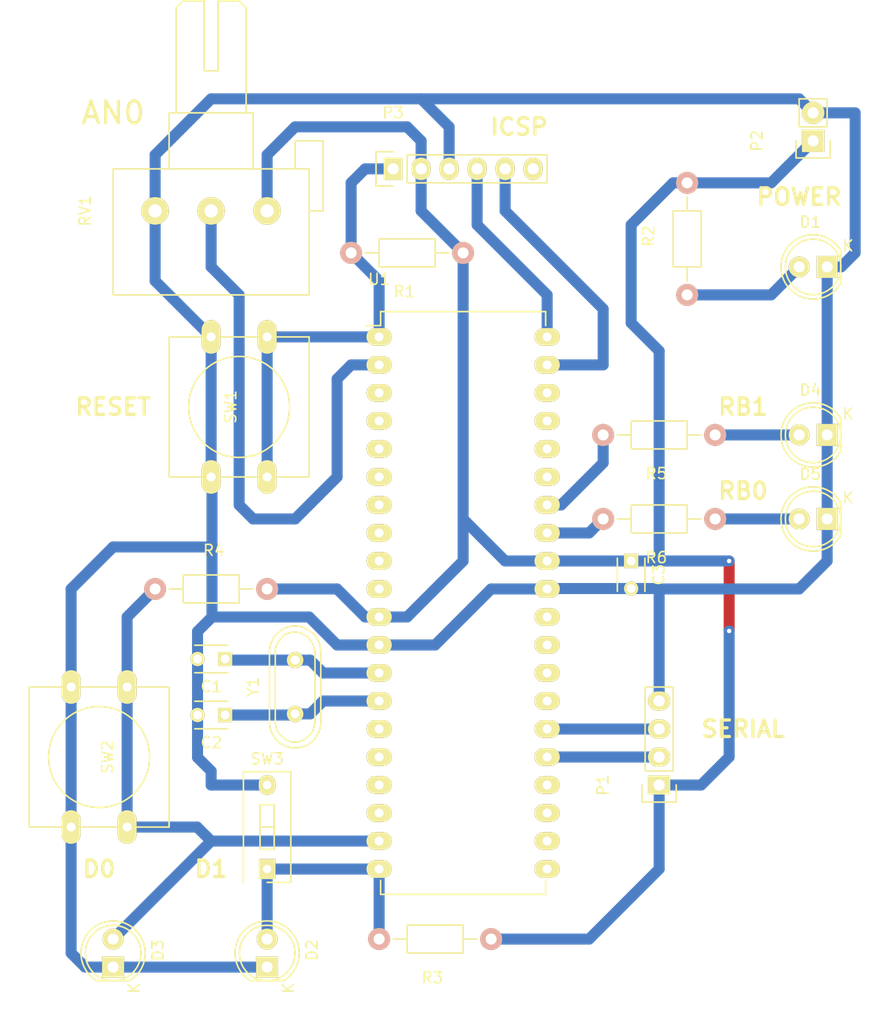
<source format=kicad_pcb>
(kicad_pcb (version 4) (host pcbnew 4.0.2+dfsg1-stable)

  (general
    (links 53)
    (no_connects 0)
    (area 49.429999 22.584999 128.370001 115.670001)
    (thickness 1.6)
    (drawings 14)
    (tracks 140)
    (zones 0)
    (modules 23)
    (nets 18)
  )

  (page User 180.594 181)
  (layers
    (0 F.Cu signal)
    (31 B.Cu signal)
    (32 B.Adhes user)
    (33 F.Adhes user)
    (34 B.Paste user)
    (35 F.Paste user)
    (36 B.SilkS user)
    (37 F.SilkS user)
    (38 B.Mask user)
    (39 F.Mask user)
    (40 Dwgs.User user)
    (41 Cmts.User user)
    (42 Eco1.User user)
    (43 Eco2.User user)
    (44 Edge.Cuts user)
    (45 Margin user)
    (46 B.CrtYd user)
    (47 F.CrtYd user)
    (48 B.Fab user)
    (49 F.Fab user)
  )

  (setup
    (last_trace_width 1)
    (trace_clearance 0.2)
    (zone_clearance 0.508)
    (zone_45_only no)
    (trace_min 0.2)
    (segment_width 0.2)
    (edge_width 0.1)
    (via_size 0.6)
    (via_drill 0.4)
    (via_min_size 0.4)
    (via_min_drill 0.3)
    (uvia_size 0.3)
    (uvia_drill 0.1)
    (uvias_allowed no)
    (uvia_min_size 0.2)
    (uvia_min_drill 0.1)
    (pcb_text_width 0.3)
    (pcb_text_size 1.5 1.5)
    (mod_edge_width 0.15)
    (mod_text_size 1 1)
    (mod_text_width 0.15)
    (pad_size 1.5 1.5)
    (pad_drill 0.6)
    (pad_to_mask_clearance 0)
    (aux_axis_origin 0 0)
    (visible_elements FFFFFF7F)
    (pcbplotparams
      (layerselection 0x02030_80000001)
      (usegerberextensions false)
      (excludeedgelayer true)
      (linewidth 0.100000)
      (plotframeref false)
      (viasonmask false)
      (mode 1)
      (useauxorigin false)
      (hpglpennumber 1)
      (hpglpenspeed 20)
      (hpglpendiameter 15)
      (hpglpenoverlay 2)
      (psnegative false)
      (psa4output false)
      (plotreference true)
      (plotvalue true)
      (plotinvisibletext false)
      (padsonsilk false)
      (subtractmaskfromsilk false)
      (outputformat 1)
      (mirror false)
      (drillshape 0)
      (scaleselection 1)
      (outputdirectory gerber/))
  )

  (net 0 "")
  (net 1 "Net-(C1-Pad1)")
  (net 2 GND)
  (net 3 "Net-(C2-Pad1)")
  (net 4 +5V)
  (net 5 "Net-(D1-Pad2)")
  (net 6 "Net-(D2-Pad2)")
  (net 7 "Net-(D3-Pad2)")
  (net 8 "Net-(D4-Pad2)")
  (net 9 "Net-(D5-Pad2)")
  (net 10 "Net-(P1-Pad2)")
  (net 11 "Net-(P1-Pad3)")
  (net 12 "Net-(P3-Pad1)")
  (net 13 "Net-(P3-Pad4)")
  (net 14 "Net-(P3-Pad5)")
  (net 15 "Net-(R5-Pad2)")
  (net 16 "Net-(R6-Pad2)")
  (net 17 "Net-(RV1-Pad2)")

  (net_class Default "This is the default net class."
    (clearance 0.2)
    (trace_width 1)
    (via_dia 0.6)
    (via_drill 0.4)
    (uvia_dia 0.3)
    (uvia_drill 0.1)
    (add_net +5V)
    (add_net GND)
    (add_net "Net-(C1-Pad1)")
    (add_net "Net-(C2-Pad1)")
    (add_net "Net-(D1-Pad2)")
    (add_net "Net-(D2-Pad2)")
    (add_net "Net-(D3-Pad2)")
    (add_net "Net-(D4-Pad2)")
    (add_net "Net-(D5-Pad2)")
    (add_net "Net-(P1-Pad2)")
    (add_net "Net-(P1-Pad3)")
    (add_net "Net-(P3-Pad1)")
    (add_net "Net-(P3-Pad4)")
    (add_net "Net-(P3-Pad5)")
    (add_net "Net-(R5-Pad2)")
    (add_net "Net-(R6-Pad2)")
    (add_net "Net-(RV1-Pad2)")
  )

  (module Capacitors_ThroughHole:C_Disc_D3_P2.5 (layer F.Cu) (tedit 0) (tstamp 563951F6)
    (at 69.85 82.55 180)
    (descr "Capacitor 3mm Disc, Pitch 2.5mm")
    (tags Capacitor)
    (path /5638ACC6)
    (fp_text reference C1 (at 1.25 -2.5 180) (layer F.SilkS)
      (effects (font (size 1 1) (thickness 0.15)))
    )
    (fp_text value 15pF (at 1.25 2.5 180) (layer F.Fab)
      (effects (font (size 1 1) (thickness 0.15)))
    )
    (fp_line (start -0.9 -1.5) (end 3.4 -1.5) (layer F.CrtYd) (width 0.05))
    (fp_line (start 3.4 -1.5) (end 3.4 1.5) (layer F.CrtYd) (width 0.05))
    (fp_line (start 3.4 1.5) (end -0.9 1.5) (layer F.CrtYd) (width 0.05))
    (fp_line (start -0.9 1.5) (end -0.9 -1.5) (layer F.CrtYd) (width 0.05))
    (fp_line (start -0.25 -1.25) (end 2.75 -1.25) (layer F.SilkS) (width 0.15))
    (fp_line (start 2.75 1.25) (end -0.25 1.25) (layer F.SilkS) (width 0.15))
    (pad 1 thru_hole rect (at 0 0 180) (size 1.3 1.3) (drill 0.8) (layers *.Cu *.Mask F.SilkS)
      (net 1 "Net-(C1-Pad1)"))
    (pad 2 thru_hole circle (at 2.5 0 180) (size 1.3 1.3) (drill 0.8001) (layers *.Cu *.Mask F.SilkS)
      (net 2 GND))
    (model Capacitors_ThroughHole.3dshapes/C_Disc_D3_P2.5.wrl
      (at (xyz 0.0492126 0 0))
      (scale (xyz 1 1 1))
      (rotate (xyz 0 0 0))
    )
  )

  (module Capacitors_ThroughHole:C_Disc_D3_P2.5 (layer F.Cu) (tedit 0) (tstamp 563951FC)
    (at 69.85 87.63 180)
    (descr "Capacitor 3mm Disc, Pitch 2.5mm")
    (tags Capacitor)
    (path /5638AD3F)
    (fp_text reference C2 (at 1.25 -2.5 180) (layer F.SilkS)
      (effects (font (size 1 1) (thickness 0.15)))
    )
    (fp_text value 15pF (at 1.25 2.5 180) (layer F.Fab)
      (effects (font (size 1 1) (thickness 0.15)))
    )
    (fp_line (start -0.9 -1.5) (end 3.4 -1.5) (layer F.CrtYd) (width 0.05))
    (fp_line (start 3.4 -1.5) (end 3.4 1.5) (layer F.CrtYd) (width 0.05))
    (fp_line (start 3.4 1.5) (end -0.9 1.5) (layer F.CrtYd) (width 0.05))
    (fp_line (start -0.9 1.5) (end -0.9 -1.5) (layer F.CrtYd) (width 0.05))
    (fp_line (start -0.25 -1.25) (end 2.75 -1.25) (layer F.SilkS) (width 0.15))
    (fp_line (start 2.75 1.25) (end -0.25 1.25) (layer F.SilkS) (width 0.15))
    (pad 1 thru_hole rect (at 0 0 180) (size 1.3 1.3) (drill 0.8) (layers *.Cu *.Mask F.SilkS)
      (net 3 "Net-(C2-Pad1)"))
    (pad 2 thru_hole circle (at 2.5 0 180) (size 1.3 1.3) (drill 0.8001) (layers *.Cu *.Mask F.SilkS)
      (net 2 GND))
    (model Capacitors_ThroughHole.3dshapes/C_Disc_D3_P2.5.wrl
      (at (xyz 0.0492126 0 0))
      (scale (xyz 1 1 1))
      (rotate (xyz 0 0 0))
    )
  )

  (module Capacitors_ThroughHole:C_Disc_D3_P2.5 (layer F.Cu) (tedit 0) (tstamp 56395202)
    (at 106.68 73.66 270)
    (descr "Capacitor 3mm Disc, Pitch 2.5mm")
    (tags Capacitor)
    (path /5639A22A)
    (fp_text reference C3 (at 1.25 -2.5 270) (layer F.SilkS)
      (effects (font (size 1 1) (thickness 0.15)))
    )
    (fp_text value 100nF (at 1.25 2.5 270) (layer F.Fab)
      (effects (font (size 1 1) (thickness 0.15)))
    )
    (fp_line (start -0.9 -1.5) (end 3.4 -1.5) (layer F.CrtYd) (width 0.05))
    (fp_line (start 3.4 -1.5) (end 3.4 1.5) (layer F.CrtYd) (width 0.05))
    (fp_line (start 3.4 1.5) (end -0.9 1.5) (layer F.CrtYd) (width 0.05))
    (fp_line (start -0.9 1.5) (end -0.9 -1.5) (layer F.CrtYd) (width 0.05))
    (fp_line (start -0.25 -1.25) (end 2.75 -1.25) (layer F.SilkS) (width 0.15))
    (fp_line (start 2.75 1.25) (end -0.25 1.25) (layer F.SilkS) (width 0.15))
    (pad 1 thru_hole rect (at 0 0 270) (size 1.3 1.3) (drill 0.8) (layers *.Cu *.Mask F.SilkS)
      (net 4 +5V))
    (pad 2 thru_hole circle (at 2.5 0 270) (size 1.3 1.3) (drill 0.8001) (layers *.Cu *.Mask F.SilkS)
      (net 2 GND))
    (model Capacitors_ThroughHole.3dshapes/C_Disc_D3_P2.5.wrl
      (at (xyz 0.0492126 0 0))
      (scale (xyz 1 1 1))
      (rotate (xyz 0 0 0))
    )
  )

  (module LEDs:LED-5MM (layer F.Cu) (tedit 5570F7EA) (tstamp 56395208)
    (at 124.46 46.99 180)
    (descr "LED 5mm round vertical")
    (tags "LED 5mm round vertical")
    (path /56395A02)
    (fp_text reference D1 (at 1.524 4.064 180) (layer F.SilkS)
      (effects (font (size 1 1) (thickness 0.15)))
    )
    (fp_text value BLUE (at 1.524 -3.937 180) (layer F.Fab)
      (effects (font (size 1 1) (thickness 0.15)))
    )
    (fp_line (start -1.5 -1.55) (end -1.5 1.55) (layer F.CrtYd) (width 0.05))
    (fp_arc (start 1.3 0) (end -1.5 1.55) (angle -302) (layer F.CrtYd) (width 0.05))
    (fp_arc (start 1.27 0) (end -1.23 -1.5) (angle 297.5) (layer F.SilkS) (width 0.15))
    (fp_line (start -1.23 1.5) (end -1.23 -1.5) (layer F.SilkS) (width 0.15))
    (fp_circle (center 1.27 0) (end 0.97 -2.5) (layer F.SilkS) (width 0.15))
    (fp_text user K (at -1.905 1.905 180) (layer F.SilkS)
      (effects (font (size 1 1) (thickness 0.15)))
    )
    (pad 1 thru_hole rect (at 0 0 270) (size 2 1.9) (drill 1.00076) (layers *.Cu *.Mask F.SilkS)
      (net 2 GND))
    (pad 2 thru_hole circle (at 2.54 0 180) (size 1.9 1.9) (drill 1.00076) (layers *.Cu *.Mask F.SilkS)
      (net 5 "Net-(D1-Pad2)"))
    (model LEDs.3dshapes/LED-5MM.wrl
      (at (xyz 0.05 0 0))
      (scale (xyz 1 1 1))
      (rotate (xyz 0 0 90))
    )
  )

  (module LEDs:LED-5MM (layer F.Cu) (tedit 5570F7EA) (tstamp 5639520E)
    (at 73.66 110.49 90)
    (descr "LED 5mm round vertical")
    (tags "LED 5mm round vertical")
    (path /56395CBC)
    (fp_text reference D2 (at 1.524 4.064 90) (layer F.SilkS)
      (effects (font (size 1 1) (thickness 0.15)))
    )
    (fp_text value YELLOW (at 1.524 -3.937 90) (layer F.Fab)
      (effects (font (size 1 1) (thickness 0.15)))
    )
    (fp_line (start -1.5 -1.55) (end -1.5 1.55) (layer F.CrtYd) (width 0.05))
    (fp_arc (start 1.3 0) (end -1.5 1.55) (angle -302) (layer F.CrtYd) (width 0.05))
    (fp_arc (start 1.27 0) (end -1.23 -1.5) (angle 297.5) (layer F.SilkS) (width 0.15))
    (fp_line (start -1.23 1.5) (end -1.23 -1.5) (layer F.SilkS) (width 0.15))
    (fp_circle (center 1.27 0) (end 0.97 -2.5) (layer F.SilkS) (width 0.15))
    (fp_text user K (at -1.905 1.905 90) (layer F.SilkS)
      (effects (font (size 1 1) (thickness 0.15)))
    )
    (pad 1 thru_hole rect (at 0 0 180) (size 2 1.9) (drill 1.00076) (layers *.Cu *.Mask F.SilkS)
      (net 2 GND))
    (pad 2 thru_hole circle (at 2.54 0 90) (size 1.9 1.9) (drill 1.00076) (layers *.Cu *.Mask F.SilkS)
      (net 6 "Net-(D2-Pad2)"))
    (model LEDs.3dshapes/LED-5MM.wrl
      (at (xyz 0.05 0 0))
      (scale (xyz 1 1 1))
      (rotate (xyz 0 0 90))
    )
  )

  (module LEDs:LED-5MM (layer F.Cu) (tedit 5570F7EA) (tstamp 56395214)
    (at 59.69 110.49 90)
    (descr "LED 5mm round vertical")
    (tags "LED 5mm round vertical")
    (path /56395BFE)
    (fp_text reference D3 (at 1.524 4.064 90) (layer F.SilkS)
      (effects (font (size 1 1) (thickness 0.15)))
    )
    (fp_text value WHITE (at 1.524 -3.937 90) (layer F.Fab)
      (effects (font (size 1 1) (thickness 0.15)))
    )
    (fp_line (start -1.5 -1.55) (end -1.5 1.55) (layer F.CrtYd) (width 0.05))
    (fp_arc (start 1.3 0) (end -1.5 1.55) (angle -302) (layer F.CrtYd) (width 0.05))
    (fp_arc (start 1.27 0) (end -1.23 -1.5) (angle 297.5) (layer F.SilkS) (width 0.15))
    (fp_line (start -1.23 1.5) (end -1.23 -1.5) (layer F.SilkS) (width 0.15))
    (fp_circle (center 1.27 0) (end 0.97 -2.5) (layer F.SilkS) (width 0.15))
    (fp_text user K (at -1.905 1.905 90) (layer F.SilkS)
      (effects (font (size 1 1) (thickness 0.15)))
    )
    (pad 1 thru_hole rect (at 0 0 180) (size 2 1.9) (drill 1.00076) (layers *.Cu *.Mask F.SilkS)
      (net 2 GND))
    (pad 2 thru_hole circle (at 2.54 0 90) (size 1.9 1.9) (drill 1.00076) (layers *.Cu *.Mask F.SilkS)
      (net 7 "Net-(D3-Pad2)"))
    (model LEDs.3dshapes/LED-5MM.wrl
      (at (xyz 0.05 0 0))
      (scale (xyz 1 1 1))
      (rotate (xyz 0 0 90))
    )
  )

  (module LEDs:LED-5MM (layer F.Cu) (tedit 5570F7EA) (tstamp 5639521A)
    (at 124.46 62.23 180)
    (descr "LED 5mm round vertical")
    (tags "LED 5mm round vertical")
    (path /56395E2C)
    (fp_text reference D4 (at 1.524 4.064 180) (layer F.SilkS)
      (effects (font (size 1 1) (thickness 0.15)))
    )
    (fp_text value RED (at 1.524 -3.937 180) (layer F.Fab)
      (effects (font (size 1 1) (thickness 0.15)))
    )
    (fp_line (start -1.5 -1.55) (end -1.5 1.55) (layer F.CrtYd) (width 0.05))
    (fp_arc (start 1.3 0) (end -1.5 1.55) (angle -302) (layer F.CrtYd) (width 0.05))
    (fp_arc (start 1.27 0) (end -1.23 -1.5) (angle 297.5) (layer F.SilkS) (width 0.15))
    (fp_line (start -1.23 1.5) (end -1.23 -1.5) (layer F.SilkS) (width 0.15))
    (fp_circle (center 1.27 0) (end 0.97 -2.5) (layer F.SilkS) (width 0.15))
    (fp_text user K (at -1.905 1.905 180) (layer F.SilkS)
      (effects (font (size 1 1) (thickness 0.15)))
    )
    (pad 1 thru_hole rect (at 0 0 270) (size 2 1.9) (drill 1.00076) (layers *.Cu *.Mask F.SilkS)
      (net 2 GND))
    (pad 2 thru_hole circle (at 2.54 0 180) (size 1.9 1.9) (drill 1.00076) (layers *.Cu *.Mask F.SilkS)
      (net 8 "Net-(D4-Pad2)"))
    (model LEDs.3dshapes/LED-5MM.wrl
      (at (xyz 0.05 0 0))
      (scale (xyz 1 1 1))
      (rotate (xyz 0 0 90))
    )
  )

  (module LEDs:LED-5MM (layer F.Cu) (tedit 5570F7EA) (tstamp 56395220)
    (at 124.46 69.85 180)
    (descr "LED 5mm round vertical")
    (tags "LED 5mm round vertical")
    (path /5639608E)
    (fp_text reference D5 (at 1.524 4.064 180) (layer F.SilkS)
      (effects (font (size 1 1) (thickness 0.15)))
    )
    (fp_text value GREEN (at 1.524 -3.937 180) (layer F.Fab)
      (effects (font (size 1 1) (thickness 0.15)))
    )
    (fp_line (start -1.5 -1.55) (end -1.5 1.55) (layer F.CrtYd) (width 0.05))
    (fp_arc (start 1.3 0) (end -1.5 1.55) (angle -302) (layer F.CrtYd) (width 0.05))
    (fp_arc (start 1.27 0) (end -1.23 -1.5) (angle 297.5) (layer F.SilkS) (width 0.15))
    (fp_line (start -1.23 1.5) (end -1.23 -1.5) (layer F.SilkS) (width 0.15))
    (fp_circle (center 1.27 0) (end 0.97 -2.5) (layer F.SilkS) (width 0.15))
    (fp_text user K (at -1.905 1.905 180) (layer F.SilkS)
      (effects (font (size 1 1) (thickness 0.15)))
    )
    (pad 1 thru_hole rect (at 0 0 270) (size 2 1.9) (drill 1.00076) (layers *.Cu *.Mask F.SilkS)
      (net 2 GND))
    (pad 2 thru_hole circle (at 2.54 0 180) (size 1.9 1.9) (drill 1.00076) (layers *.Cu *.Mask F.SilkS)
      (net 9 "Net-(D5-Pad2)"))
    (model LEDs.3dshapes/LED-5MM.wrl
      (at (xyz 0.05 0 0))
      (scale (xyz 1 1 1))
      (rotate (xyz 0 0 90))
    )
  )

  (module Socket_Strips:Socket_Strip_Straight_1x04 (layer F.Cu) (tedit 0) (tstamp 56395228)
    (at 109.22 93.98 90)
    (descr "Through hole socket strip")
    (tags "socket strip")
    (path /5638C694)
    (fp_text reference P1 (at 0 -5.1 90) (layer F.SilkS)
      (effects (font (size 1 1) (thickness 0.15)))
    )
    (fp_text value Serial (at 0 -3.1 90) (layer F.Fab)
      (effects (font (size 1 1) (thickness 0.15)))
    )
    (fp_line (start -1.75 -1.75) (end -1.75 1.75) (layer F.CrtYd) (width 0.05))
    (fp_line (start 9.4 -1.75) (end 9.4 1.75) (layer F.CrtYd) (width 0.05))
    (fp_line (start -1.75 -1.75) (end 9.4 -1.75) (layer F.CrtYd) (width 0.05))
    (fp_line (start -1.75 1.75) (end 9.4 1.75) (layer F.CrtYd) (width 0.05))
    (fp_line (start 1.27 -1.27) (end 8.89 -1.27) (layer F.SilkS) (width 0.15))
    (fp_line (start 1.27 1.27) (end 8.89 1.27) (layer F.SilkS) (width 0.15))
    (fp_line (start -1.55 1.55) (end 0 1.55) (layer F.SilkS) (width 0.15))
    (fp_line (start 8.89 -1.27) (end 8.89 1.27) (layer F.SilkS) (width 0.15))
    (fp_line (start 1.27 1.27) (end 1.27 -1.27) (layer F.SilkS) (width 0.15))
    (fp_line (start 0 -1.55) (end -1.55 -1.55) (layer F.SilkS) (width 0.15))
    (fp_line (start -1.55 -1.55) (end -1.55 1.55) (layer F.SilkS) (width 0.15))
    (pad 1 thru_hole rect (at 0 0 90) (size 1.7272 2.032) (drill 1.016) (layers *.Cu *.Mask F.SilkS)
      (net 4 +5V))
    (pad 2 thru_hole oval (at 2.54 0 90) (size 1.7272 2.032) (drill 1.016) (layers *.Cu *.Mask F.SilkS)
      (net 10 "Net-(P1-Pad2)"))
    (pad 3 thru_hole oval (at 5.08 0 90) (size 1.7272 2.032) (drill 1.016) (layers *.Cu *.Mask F.SilkS)
      (net 11 "Net-(P1-Pad3)"))
    (pad 4 thru_hole oval (at 7.62 0 90) (size 1.7272 2.032) (drill 1.016) (layers *.Cu *.Mask F.SilkS)
      (net 2 GND))
    (model Socket_Strips.3dshapes/Socket_Strip_Straight_1x04.wrl
      (at (xyz 0.15 0 0))
      (scale (xyz 1 1 1))
      (rotate (xyz 0 0 180))
    )
  )

  (module Socket_Strips:Socket_Strip_Straight_1x02 (layer F.Cu) (tedit 54E9F75E) (tstamp 5639522E)
    (at 123.19 35.56 90)
    (descr "Through hole socket strip")
    (tags "socket strip")
    (path /5638A5FB)
    (fp_text reference P2 (at 0 -5.1 90) (layer F.SilkS)
      (effects (font (size 1 1) (thickness 0.15)))
    )
    (fp_text value POWER (at 0 -3.1 90) (layer F.Fab)
      (effects (font (size 1 1) (thickness 0.15)))
    )
    (fp_line (start -1.55 1.55) (end 0 1.55) (layer F.SilkS) (width 0.15))
    (fp_line (start 3.81 1.27) (end 1.27 1.27) (layer F.SilkS) (width 0.15))
    (fp_line (start -1.75 -1.75) (end -1.75 1.75) (layer F.CrtYd) (width 0.05))
    (fp_line (start 4.3 -1.75) (end 4.3 1.75) (layer F.CrtYd) (width 0.05))
    (fp_line (start -1.75 -1.75) (end 4.3 -1.75) (layer F.CrtYd) (width 0.05))
    (fp_line (start -1.75 1.75) (end 4.3 1.75) (layer F.CrtYd) (width 0.05))
    (fp_line (start 1.27 1.27) (end 1.27 -1.27) (layer F.SilkS) (width 0.15))
    (fp_line (start 0 -1.55) (end -1.55 -1.55) (layer F.SilkS) (width 0.15))
    (fp_line (start -1.55 -1.55) (end -1.55 1.55) (layer F.SilkS) (width 0.15))
    (fp_line (start 1.27 -1.27) (end 3.81 -1.27) (layer F.SilkS) (width 0.15))
    (fp_line (start 3.81 -1.27) (end 3.81 1.27) (layer F.SilkS) (width 0.15))
    (pad 1 thru_hole rect (at 0 0 90) (size 2.032 2.032) (drill 1.016) (layers *.Cu *.Mask F.SilkS)
      (net 4 +5V))
    (pad 2 thru_hole oval (at 2.54 0 90) (size 2.032 2.032) (drill 1.016) (layers *.Cu *.Mask F.SilkS)
      (net 2 GND))
    (model Socket_Strips.3dshapes/Socket_Strip_Straight_1x02.wrl
      (at (xyz 0.05 0 0))
      (scale (xyz 1 1 1))
      (rotate (xyz 0 0 180))
    )
  )

  (module Socket_Strips:Socket_Strip_Straight_1x06 (layer F.Cu) (tedit 0) (tstamp 56395238)
    (at 85.09 38.1)
    (descr "Through hole socket strip")
    (tags "socket strip")
    (path /5638B56F)
    (fp_text reference P3 (at 0 -5.1) (layer F.SilkS)
      (effects (font (size 1 1) (thickness 0.15)))
    )
    (fp_text value ICSP (at 0 -3.1) (layer F.Fab)
      (effects (font (size 1 1) (thickness 0.15)))
    )
    (fp_line (start -1.75 -1.75) (end -1.75 1.75) (layer F.CrtYd) (width 0.05))
    (fp_line (start 14.45 -1.75) (end 14.45 1.75) (layer F.CrtYd) (width 0.05))
    (fp_line (start -1.75 -1.75) (end 14.45 -1.75) (layer F.CrtYd) (width 0.05))
    (fp_line (start -1.75 1.75) (end 14.45 1.75) (layer F.CrtYd) (width 0.05))
    (fp_line (start 1.27 1.27) (end 13.97 1.27) (layer F.SilkS) (width 0.15))
    (fp_line (start 13.97 1.27) (end 13.97 -1.27) (layer F.SilkS) (width 0.15))
    (fp_line (start 13.97 -1.27) (end 1.27 -1.27) (layer F.SilkS) (width 0.15))
    (fp_line (start -1.55 1.55) (end 0 1.55) (layer F.SilkS) (width 0.15))
    (fp_line (start 1.27 1.27) (end 1.27 -1.27) (layer F.SilkS) (width 0.15))
    (fp_line (start 0 -1.55) (end -1.55 -1.55) (layer F.SilkS) (width 0.15))
    (fp_line (start -1.55 -1.55) (end -1.55 1.55) (layer F.SilkS) (width 0.15))
    (pad 1 thru_hole rect (at 0 0) (size 1.7272 2.032) (drill 1.016) (layers *.Cu *.Mask F.SilkS)
      (net 12 "Net-(P3-Pad1)"))
    (pad 2 thru_hole oval (at 2.54 0) (size 1.7272 2.032) (drill 1.016) (layers *.Cu *.Mask F.SilkS)
      (net 4 +5V))
    (pad 3 thru_hole oval (at 5.08 0) (size 1.7272 2.032) (drill 1.016) (layers *.Cu *.Mask F.SilkS)
      (net 2 GND))
    (pad 4 thru_hole oval (at 7.62 0) (size 1.7272 2.032) (drill 1.016) (layers *.Cu *.Mask F.SilkS)
      (net 13 "Net-(P3-Pad4)"))
    (pad 5 thru_hole oval (at 10.16 0) (size 1.7272 2.032) (drill 1.016) (layers *.Cu *.Mask F.SilkS)
      (net 14 "Net-(P3-Pad5)"))
    (pad 6 thru_hole oval (at 12.7 0) (size 1.7272 2.032) (drill 1.016) (layers *.Cu *.Mask F.SilkS))
    (model Socket_Strips.3dshapes/Socket_Strip_Straight_1x06.wrl
      (at (xyz 0.25 0 0))
      (scale (xyz 1 1 1))
      (rotate (xyz 0 0 180))
    )
  )

  (module Resistors_ThroughHole:Resistor_Horizontal_RM10mm (layer F.Cu) (tedit 53F56209) (tstamp 5639523E)
    (at 86.36 45.72 180)
    (descr "Resistor, Axial,  RM 10mm, 1/3W,")
    (tags "Resistor, Axial, RM 10mm, 1/3W,")
    (path /5638B67D)
    (fp_text reference R1 (at 0.24892 -3.50012 180) (layer F.SilkS)
      (effects (font (size 1 1) (thickness 0.15)))
    )
    (fp_text value 10k (at 3.81 3.81 180) (layer F.Fab)
      (effects (font (size 1 1) (thickness 0.15)))
    )
    (fp_line (start -2.54 -1.27) (end 2.54 -1.27) (layer F.SilkS) (width 0.15))
    (fp_line (start 2.54 -1.27) (end 2.54 1.27) (layer F.SilkS) (width 0.15))
    (fp_line (start 2.54 1.27) (end -2.54 1.27) (layer F.SilkS) (width 0.15))
    (fp_line (start -2.54 1.27) (end -2.54 -1.27) (layer F.SilkS) (width 0.15))
    (fp_line (start -2.54 0) (end -3.81 0) (layer F.SilkS) (width 0.15))
    (fp_line (start 2.54 0) (end 3.81 0) (layer F.SilkS) (width 0.15))
    (pad 1 thru_hole circle (at -5.08 0 180) (size 1.99898 1.99898) (drill 1.00076) (layers *.Cu *.SilkS *.Mask)
      (net 4 +5V))
    (pad 2 thru_hole circle (at 5.08 0 180) (size 1.99898 1.99898) (drill 1.00076) (layers *.Cu *.SilkS *.Mask)
      (net 12 "Net-(P3-Pad1)"))
    (model Resistors_ThroughHole.3dshapes/Resistor_Horizontal_RM10mm.wrl
      (at (xyz 0 0 0))
      (scale (xyz 0.4 0.4 0.4))
      (rotate (xyz 0 0 0))
    )
  )

  (module Resistors_ThroughHole:Resistor_Horizontal_RM10mm (layer F.Cu) (tedit 53F56209) (tstamp 56395244)
    (at 111.76 44.45 90)
    (descr "Resistor, Axial,  RM 10mm, 1/3W,")
    (tags "Resistor, Axial, RM 10mm, 1/3W,")
    (path /5638A69B)
    (fp_text reference R2 (at 0.24892 -3.50012 90) (layer F.SilkS)
      (effects (font (size 1 1) (thickness 0.15)))
    )
    (fp_text value 1k (at 3.81 3.81 90) (layer F.Fab)
      (effects (font (size 1 1) (thickness 0.15)))
    )
    (fp_line (start -2.54 -1.27) (end 2.54 -1.27) (layer F.SilkS) (width 0.15))
    (fp_line (start 2.54 -1.27) (end 2.54 1.27) (layer F.SilkS) (width 0.15))
    (fp_line (start 2.54 1.27) (end -2.54 1.27) (layer F.SilkS) (width 0.15))
    (fp_line (start -2.54 1.27) (end -2.54 -1.27) (layer F.SilkS) (width 0.15))
    (fp_line (start -2.54 0) (end -3.81 0) (layer F.SilkS) (width 0.15))
    (fp_line (start 2.54 0) (end 3.81 0) (layer F.SilkS) (width 0.15))
    (pad 1 thru_hole circle (at -5.08 0 90) (size 1.99898 1.99898) (drill 1.00076) (layers *.Cu *.SilkS *.Mask)
      (net 5 "Net-(D1-Pad2)"))
    (pad 2 thru_hole circle (at 5.08 0 90) (size 1.99898 1.99898) (drill 1.00076) (layers *.Cu *.SilkS *.Mask)
      (net 4 +5V))
    (model Resistors_ThroughHole.3dshapes/Resistor_Horizontal_RM10mm.wrl
      (at (xyz 0 0 0))
      (scale (xyz 0.4 0.4 0.4))
      (rotate (xyz 0 0 0))
    )
  )

  (module Resistors_ThroughHole:Resistor_Horizontal_RM10mm (layer F.Cu) (tedit 53F56209) (tstamp 5639524A)
    (at 88.9 107.95 180)
    (descr "Resistor, Axial,  RM 10mm, 1/3W,")
    (tags "Resistor, Axial, RM 10mm, 1/3W,")
    (path /56390E3A)
    (fp_text reference R3 (at 0.24892 -3.50012 180) (layer F.SilkS)
      (effects (font (size 1 1) (thickness 0.15)))
    )
    (fp_text value 1k (at 3.81 3.81 180) (layer F.Fab)
      (effects (font (size 1 1) (thickness 0.15)))
    )
    (fp_line (start -2.54 -1.27) (end 2.54 -1.27) (layer F.SilkS) (width 0.15))
    (fp_line (start 2.54 -1.27) (end 2.54 1.27) (layer F.SilkS) (width 0.15))
    (fp_line (start 2.54 1.27) (end -2.54 1.27) (layer F.SilkS) (width 0.15))
    (fp_line (start -2.54 1.27) (end -2.54 -1.27) (layer F.SilkS) (width 0.15))
    (fp_line (start -2.54 0) (end -3.81 0) (layer F.SilkS) (width 0.15))
    (fp_line (start 2.54 0) (end 3.81 0) (layer F.SilkS) (width 0.15))
    (pad 1 thru_hole circle (at -5.08 0 180) (size 1.99898 1.99898) (drill 1.00076) (layers *.Cu *.SilkS *.Mask)
      (net 4 +5V))
    (pad 2 thru_hole circle (at 5.08 0 180) (size 1.99898 1.99898) (drill 1.00076) (layers *.Cu *.SilkS *.Mask)
      (net 6 "Net-(D2-Pad2)"))
    (model Resistors_ThroughHole.3dshapes/Resistor_Horizontal_RM10mm.wrl
      (at (xyz 0 0 0))
      (scale (xyz 0.4 0.4 0.4))
      (rotate (xyz 0 0 0))
    )
  )

  (module Resistors_ThroughHole:Resistor_Horizontal_RM10mm (layer F.Cu) (tedit 53F56209) (tstamp 56395250)
    (at 68.58 76.2)
    (descr "Resistor, Axial,  RM 10mm, 1/3W,")
    (tags "Resistor, Axial, RM 10mm, 1/3W,")
    (path /56393C89)
    (fp_text reference R4 (at 0.24892 -3.50012) (layer F.SilkS)
      (effects (font (size 1 1) (thickness 0.15)))
    )
    (fp_text value 1k (at 3.81 3.81) (layer F.Fab)
      (effects (font (size 1 1) (thickness 0.15)))
    )
    (fp_line (start -2.54 -1.27) (end 2.54 -1.27) (layer F.SilkS) (width 0.15))
    (fp_line (start 2.54 -1.27) (end 2.54 1.27) (layer F.SilkS) (width 0.15))
    (fp_line (start 2.54 1.27) (end -2.54 1.27) (layer F.SilkS) (width 0.15))
    (fp_line (start -2.54 1.27) (end -2.54 -1.27) (layer F.SilkS) (width 0.15))
    (fp_line (start -2.54 0) (end -3.81 0) (layer F.SilkS) (width 0.15))
    (fp_line (start 2.54 0) (end 3.81 0) (layer F.SilkS) (width 0.15))
    (pad 1 thru_hole circle (at -5.08 0) (size 1.99898 1.99898) (drill 1.00076) (layers *.Cu *.SilkS *.Mask)
      (net 7 "Net-(D3-Pad2)"))
    (pad 2 thru_hole circle (at 5.08 0) (size 1.99898 1.99898) (drill 1.00076) (layers *.Cu *.SilkS *.Mask)
      (net 4 +5V))
    (model Resistors_ThroughHole.3dshapes/Resistor_Horizontal_RM10mm.wrl
      (at (xyz 0 0 0))
      (scale (xyz 0.4 0.4 0.4))
      (rotate (xyz 0 0 0))
    )
  )

  (module Resistors_ThroughHole:Resistor_Horizontal_RM10mm (layer F.Cu) (tedit 53F56209) (tstamp 56395256)
    (at 109.22 62.23 180)
    (descr "Resistor, Axial,  RM 10mm, 1/3W,")
    (tags "Resistor, Axial, RM 10mm, 1/3W,")
    (path /5638E6CB)
    (fp_text reference R5 (at 0.24892 -3.50012 180) (layer F.SilkS)
      (effects (font (size 1 1) (thickness 0.15)))
    )
    (fp_text value 1k (at 3.81 3.81 180) (layer F.Fab)
      (effects (font (size 1 1) (thickness 0.15)))
    )
    (fp_line (start -2.54 -1.27) (end 2.54 -1.27) (layer F.SilkS) (width 0.15))
    (fp_line (start 2.54 -1.27) (end 2.54 1.27) (layer F.SilkS) (width 0.15))
    (fp_line (start 2.54 1.27) (end -2.54 1.27) (layer F.SilkS) (width 0.15))
    (fp_line (start -2.54 1.27) (end -2.54 -1.27) (layer F.SilkS) (width 0.15))
    (fp_line (start -2.54 0) (end -3.81 0) (layer F.SilkS) (width 0.15))
    (fp_line (start 2.54 0) (end 3.81 0) (layer F.SilkS) (width 0.15))
    (pad 1 thru_hole circle (at -5.08 0 180) (size 1.99898 1.99898) (drill 1.00076) (layers *.Cu *.SilkS *.Mask)
      (net 8 "Net-(D4-Pad2)"))
    (pad 2 thru_hole circle (at 5.08 0 180) (size 1.99898 1.99898) (drill 1.00076) (layers *.Cu *.SilkS *.Mask)
      (net 15 "Net-(R5-Pad2)"))
    (model Resistors_ThroughHole.3dshapes/Resistor_Horizontal_RM10mm.wrl
      (at (xyz 0 0 0))
      (scale (xyz 0.4 0.4 0.4))
      (rotate (xyz 0 0 0))
    )
  )

  (module Resistors_ThroughHole:Resistor_Horizontal_RM10mm (layer F.Cu) (tedit 53F56209) (tstamp 5639525C)
    (at 109.22 69.85 180)
    (descr "Resistor, Axial,  RM 10mm, 1/3W,")
    (tags "Resistor, Axial, RM 10mm, 1/3W,")
    (path /5638E717)
    (fp_text reference R6 (at 0.24892 -3.50012 180) (layer F.SilkS)
      (effects (font (size 1 1) (thickness 0.15)))
    )
    (fp_text value 1k (at 3.81 3.81 180) (layer F.Fab)
      (effects (font (size 1 1) (thickness 0.15)))
    )
    (fp_line (start -2.54 -1.27) (end 2.54 -1.27) (layer F.SilkS) (width 0.15))
    (fp_line (start 2.54 -1.27) (end 2.54 1.27) (layer F.SilkS) (width 0.15))
    (fp_line (start 2.54 1.27) (end -2.54 1.27) (layer F.SilkS) (width 0.15))
    (fp_line (start -2.54 1.27) (end -2.54 -1.27) (layer F.SilkS) (width 0.15))
    (fp_line (start -2.54 0) (end -3.81 0) (layer F.SilkS) (width 0.15))
    (fp_line (start 2.54 0) (end 3.81 0) (layer F.SilkS) (width 0.15))
    (pad 1 thru_hole circle (at -5.08 0 180) (size 1.99898 1.99898) (drill 1.00076) (layers *.Cu *.SilkS *.Mask)
      (net 9 "Net-(D5-Pad2)"))
    (pad 2 thru_hole circle (at 5.08 0 180) (size 1.99898 1.99898) (drill 1.00076) (layers *.Cu *.SilkS *.Mask)
      (net 16 "Net-(R6-Pad2)"))
    (model Resistors_ThroughHole.3dshapes/Resistor_Horizontal_RM10mm.wrl
      (at (xyz 0 0 0))
      (scale (xyz 0.4 0.4 0.4))
      (rotate (xyz 0 0 0))
    )
  )

  (module Potentiometers:Potentiometer_Alps-RK163-single_15mm (layer F.Cu) (tedit 5452A365) (tstamp 56395263)
    (at 73.66 41.91 90)
    (descr "Potentiometer, Alps, RK163, single")
    (tags "Potentiometer, Alps, RK163, single")
    (path /5638D1EC)
    (fp_text reference RV1 (at 0 -16.51 90) (layer F.SilkS)
      (effects (font (size 1 1) (thickness 0.15)))
    )
    (fp_text value 10K (at 0 7.62 90) (layer F.Fab)
      (effects (font (size 1 1) (thickness 0.15)))
    )
    (fp_line (start 19.05 -5.715) (end 19.05 -7.62) (layer F.SilkS) (width 0.15))
    (fp_line (start 19.05 -2.54) (end 19.05 -4.445) (layer F.SilkS) (width 0.15))
    (fp_line (start 12.7 -5.715) (end 12.7 -4.445) (layer F.SilkS) (width 0.15))
    (fp_line (start 0 5.08) (end 6.35 5.08) (layer F.SilkS) (width 0.15))
    (fp_line (start 6.35 5.08) (end 6.35 2.54) (layer F.SilkS) (width 0.15))
    (fp_line (start 6.35 2.54) (end 3.81 2.54) (layer F.SilkS) (width 0.15))
    (fp_line (start 0 5.08) (end 0 3.81) (layer F.SilkS) (width 0.15))
    (fp_line (start 12.7 -4.445) (end 19.05 -4.445) (layer F.SilkS) (width 0.15))
    (fp_line (start 19.05 -5.715) (end 12.7 -5.715) (layer F.SilkS) (width 0.15))
    (fp_line (start 8.89 -8.255) (end 18.415 -8.255) (layer F.SilkS) (width 0.15))
    (fp_line (start 18.415 -8.255) (end 19.05 -7.62) (layer F.SilkS) (width 0.15))
    (fp_line (start 19.05 -2.54) (end 18.415 -1.905) (layer F.SilkS) (width 0.15))
    (fp_line (start 18.415 -1.905) (end 8.89 -1.905) (layer F.SilkS) (width 0.15))
    (fp_line (start 3.81 -8.89) (end 8.89 -8.89) (layer F.SilkS) (width 0.15))
    (fp_line (start 8.89 -8.89) (end 8.89 -1.27) (layer F.SilkS) (width 0.15))
    (fp_line (start 8.89 -1.27) (end 3.81 -1.27) (layer F.SilkS) (width 0.15))
    (fp_line (start 3.81 -13.97) (end 3.81 3.81) (layer F.SilkS) (width 0.15))
    (fp_line (start 3.81 3.81) (end -7.62 3.81) (layer F.SilkS) (width 0.15))
    (fp_line (start -7.62 3.81) (end -7.62 -13.97) (layer F.SilkS) (width 0.15))
    (fp_line (start -7.62 -13.97) (end 3.81 -13.97) (layer F.SilkS) (width 0.15))
    (pad 2 thru_hole circle (at 0 -5.08 90) (size 2.49936 2.49936) (drill 1.19888) (layers *.Cu *.Mask F.SilkS)
      (net 17 "Net-(RV1-Pad2)"))
    (pad 3 thru_hole circle (at 0 -10.16 90) (size 2.49936 2.49936) (drill 1.19888) (layers *.Cu *.Mask F.SilkS)
      (net 2 GND))
    (pad 1 thru_hole circle (at 0 0 90) (size 2.49936 2.49936) (drill 1.19888) (layers *.Cu *.Mask F.SilkS)
      (net 4 +5V))
    (model Potentiometers.3dshapes/Potentiometer_Alps-RK163-single_15mm.wrl
      (at (xyz 0 0 0))
      (scale (xyz 1 1 1))
      (rotate (xyz 0 0 0))
    )
  )

  (module Buttons_Switches_ThroughHole:SW_PUSH-12mm (layer F.Cu) (tedit 53FD9538) (tstamp 5639526B)
    (at 71.12 59.69 90)
    (path /5638B646)
    (fp_text reference SW1 (at 0 -0.762 90) (layer F.SilkS)
      (effects (font (size 1 1) (thickness 0.15)))
    )
    (fp_text value RESET (at 0 1.016 90) (layer F.Fab)
      (effects (font (size 1 1) (thickness 0.15)))
    )
    (fp_circle (center 0 0) (end 3.81 2.54) (layer F.SilkS) (width 0.15))
    (fp_line (start -6.35 -6.35) (end 6.35 -6.35) (layer F.SilkS) (width 0.15))
    (fp_line (start 6.35 -6.35) (end 6.35 6.35) (layer F.SilkS) (width 0.15))
    (fp_line (start 6.35 6.35) (end -6.35 6.35) (layer F.SilkS) (width 0.15))
    (fp_line (start -6.35 6.35) (end -6.35 -6.35) (layer F.SilkS) (width 0.15))
    (pad 1 thru_hole oval (at 6.35 -2.54 90) (size 3.048 1.7272) (drill 0.8128) (layers *.Cu *.Mask F.SilkS)
      (net 2 GND))
    (pad 2 thru_hole oval (at 6.35 2.54 90) (size 3.048 1.7272) (drill 0.8128) (layers *.Cu *.Mask F.SilkS)
      (net 12 "Net-(P3-Pad1)"))
    (pad 1 thru_hole oval (at -6.35 -2.54 90) (size 3.048 1.7272) (drill 0.8128) (layers *.Cu *.Mask F.SilkS)
      (net 2 GND))
    (pad 2 thru_hole oval (at -6.35 2.54 90) (size 3.048 1.7272) (drill 0.8128) (layers *.Cu *.Mask F.SilkS)
      (net 12 "Net-(P3-Pad1)"))
    (model Buttons_Switches_ThroughHole.3dshapes/SW_PUSH-12mm.wrl
      (at (xyz 0 0 0))
      (scale (xyz 4 4 4))
      (rotate (xyz 0 0 0))
    )
  )

  (module Buttons_Switches_ThroughHole:SW_PUSH-12mm (layer F.Cu) (tedit 53FD9538) (tstamp 56395273)
    (at 58.42 91.44 270)
    (path /5639013C)
    (fp_text reference SW2 (at 0 -0.762 270) (layer F.SilkS)
      (effects (font (size 1 1) (thickness 0.15)))
    )
    (fp_text value SW_PUSH (at 0 1.016 270) (layer F.Fab)
      (effects (font (size 1 1) (thickness 0.15)))
    )
    (fp_circle (center 0 0) (end 3.81 2.54) (layer F.SilkS) (width 0.15))
    (fp_line (start -6.35 -6.35) (end 6.35 -6.35) (layer F.SilkS) (width 0.15))
    (fp_line (start 6.35 -6.35) (end 6.35 6.35) (layer F.SilkS) (width 0.15))
    (fp_line (start 6.35 6.35) (end -6.35 6.35) (layer F.SilkS) (width 0.15))
    (fp_line (start -6.35 6.35) (end -6.35 -6.35) (layer F.SilkS) (width 0.15))
    (pad 1 thru_hole oval (at 6.35 -2.54 270) (size 3.048 1.7272) (drill 0.8128) (layers *.Cu *.Mask F.SilkS)
      (net 7 "Net-(D3-Pad2)"))
    (pad 2 thru_hole oval (at 6.35 2.54 270) (size 3.048 1.7272) (drill 0.8128) (layers *.Cu *.Mask F.SilkS)
      (net 2 GND))
    (pad 1 thru_hole oval (at -6.35 -2.54 270) (size 3.048 1.7272) (drill 0.8128) (layers *.Cu *.Mask F.SilkS)
      (net 7 "Net-(D3-Pad2)"))
    (pad 2 thru_hole oval (at -6.35 2.54 270) (size 3.048 1.7272) (drill 0.8128) (layers *.Cu *.Mask F.SilkS)
      (net 2 GND))
    (model Buttons_Switches_ThroughHole.3dshapes/SW_PUSH-12mm.wrl
      (at (xyz 0 0 0))
      (scale (xyz 4 4 4))
      (rotate (xyz 0 0 0))
    )
  )

  (module Buttons_Switches_ThroughHole:SW_DIP_x1_Slide (layer F.Cu) (tedit 54C4BC96) (tstamp 56395279)
    (at 73.66 101.6)
    (descr "CTS Electrocomponents, Series 206/208")
    (path /5639018F)
    (fp_text reference SW3 (at 0 -10) (layer F.SilkS)
      (effects (font (size 1 1) (thickness 0.15)))
    )
    (fp_text value SPST (at 0.5 2.4) (layer F.Fab)
      (effects (font (size 1 1) (thickness 0.15)))
    )
    (fp_line (start 2.5 1.55) (end -2.5 1.55) (layer F.CrtYd) (width 0.05))
    (fp_line (start -2.5 1.55) (end -2.5 -9.15) (layer F.CrtYd) (width 0.05))
    (fp_line (start -2.5 -9.15) (end 2.5 -9.15) (layer F.CrtYd) (width 0.05))
    (fp_line (start 2.5 -9.15) (end 2.5 1.55) (layer F.CrtYd) (width 0.05))
    (fp_line (start -2.15 -8.83) (end 2.15 -8.83) (layer F.SilkS) (width 0.15))
    (fp_line (start 0 1.21) (end 2.15 1.21) (layer F.SilkS) (width 0.15))
    (fp_line (start -2.15 -8.83) (end -2.15 1.21) (layer F.SilkS) (width 0.15))
    (fp_line (start 2.15 -8.83) (end 2.15 1.21) (layer F.SilkS) (width 0.15))
    (fp_line (start -0.64 -3.81) (end 0.64 -3.81) (layer F.SilkS) (width 0.15))
    (fp_line (start -0.64 -5.84) (end -0.64 -1.78) (layer F.SilkS) (width 0.15))
    (fp_line (start -0.64 -1.78) (end 0.64 -1.78) (layer F.SilkS) (width 0.15))
    (fp_line (start 0.64 -1.78) (end 0.64 -5.84) (layer F.SilkS) (width 0.15))
    (fp_line (start 0.64 -5.84) (end -0.64 -5.84) (layer F.SilkS) (width 0.15))
    (pad 1 thru_hole rect (at 0 0) (size 1.524 1.824) (drill 0.762) (layers *.Cu *.Mask F.SilkS)
      (net 6 "Net-(D2-Pad2)"))
    (pad 2 thru_hole oval (at 0 -7.62) (size 1.524 1.824) (drill 0.762) (layers *.Cu *.Mask F.SilkS)
      (net 2 GND))
    (model Buttons_Switches_ThroughHole.3dshapes/SW_DIP_x1_Slide.wrl
      (at (xyz 0 0 0))
      (scale (xyz 1 1 1))
      (rotate (xyz 0 0 0))
    )
  )

  (module Housings_DIP:DIP-40_W15.24mm_LongPads (layer F.Cu) (tedit 54130A77) (tstamp 563952A5)
    (at 83.82 53.34)
    (descr "40-lead dip package, row spacing 15.24 mm (600 mils), longer pads")
    (tags "dil dip 2.54 600")
    (path /5638A3F7)
    (fp_text reference U1 (at 0 -5.22) (layer F.SilkS)
      (effects (font (size 1 1) (thickness 0.15)))
    )
    (fp_text value PIC18F4550 (at 0 -3.72) (layer F.Fab)
      (effects (font (size 1 1) (thickness 0.15)))
    )
    (fp_line (start -1.4 -2.45) (end -1.4 50.75) (layer F.CrtYd) (width 0.05))
    (fp_line (start 16.65 -2.45) (end 16.65 50.75) (layer F.CrtYd) (width 0.05))
    (fp_line (start -1.4 -2.45) (end 16.65 -2.45) (layer F.CrtYd) (width 0.05))
    (fp_line (start -1.4 50.75) (end 16.65 50.75) (layer F.CrtYd) (width 0.05))
    (fp_line (start 0.135 -2.295) (end 0.135 -1.025) (layer F.SilkS) (width 0.15))
    (fp_line (start 15.105 -2.295) (end 15.105 -1.025) (layer F.SilkS) (width 0.15))
    (fp_line (start 15.105 50.555) (end 15.105 49.285) (layer F.SilkS) (width 0.15))
    (fp_line (start 0.135 50.555) (end 0.135 49.285) (layer F.SilkS) (width 0.15))
    (fp_line (start 0.135 -2.295) (end 15.105 -2.295) (layer F.SilkS) (width 0.15))
    (fp_line (start 0.135 50.555) (end 15.105 50.555) (layer F.SilkS) (width 0.15))
    (fp_line (start 0.135 -1.025) (end -1.15 -1.025) (layer F.SilkS) (width 0.15))
    (pad 1 thru_hole oval (at 0 0) (size 2.3 1.6) (drill 0.8) (layers *.Cu *.Mask F.SilkS)
      (net 12 "Net-(P3-Pad1)"))
    (pad 2 thru_hole oval (at 0 2.54) (size 2.3 1.6) (drill 0.8) (layers *.Cu *.Mask F.SilkS)
      (net 17 "Net-(RV1-Pad2)"))
    (pad 3 thru_hole oval (at 0 5.08) (size 2.3 1.6) (drill 0.8) (layers *.Cu *.Mask F.SilkS))
    (pad 4 thru_hole oval (at 0 7.62) (size 2.3 1.6) (drill 0.8) (layers *.Cu *.Mask F.SilkS))
    (pad 5 thru_hole oval (at 0 10.16) (size 2.3 1.6) (drill 0.8) (layers *.Cu *.Mask F.SilkS))
    (pad 6 thru_hole oval (at 0 12.7) (size 2.3 1.6) (drill 0.8) (layers *.Cu *.Mask F.SilkS))
    (pad 7 thru_hole oval (at 0 15.24) (size 2.3 1.6) (drill 0.8) (layers *.Cu *.Mask F.SilkS))
    (pad 8 thru_hole oval (at 0 17.78) (size 2.3 1.6) (drill 0.8) (layers *.Cu *.Mask F.SilkS))
    (pad 9 thru_hole oval (at 0 20.32) (size 2.3 1.6) (drill 0.8) (layers *.Cu *.Mask F.SilkS))
    (pad 10 thru_hole oval (at 0 22.86) (size 2.3 1.6) (drill 0.8) (layers *.Cu *.Mask F.SilkS))
    (pad 11 thru_hole oval (at 0 25.4) (size 2.3 1.6) (drill 0.8) (layers *.Cu *.Mask F.SilkS)
      (net 4 +5V))
    (pad 12 thru_hole oval (at 0 27.94) (size 2.3 1.6) (drill 0.8) (layers *.Cu *.Mask F.SilkS)
      (net 2 GND))
    (pad 13 thru_hole oval (at 0 30.48) (size 2.3 1.6) (drill 0.8) (layers *.Cu *.Mask F.SilkS)
      (net 1 "Net-(C1-Pad1)"))
    (pad 14 thru_hole oval (at 0 33.02) (size 2.3 1.6) (drill 0.8) (layers *.Cu *.Mask F.SilkS)
      (net 3 "Net-(C2-Pad1)"))
    (pad 15 thru_hole oval (at 0 35.56) (size 2.3 1.6) (drill 0.8) (layers *.Cu *.Mask F.SilkS))
    (pad 16 thru_hole oval (at 0 38.1) (size 2.3 1.6) (drill 0.8) (layers *.Cu *.Mask F.SilkS))
    (pad 17 thru_hole oval (at 0 40.64) (size 2.3 1.6) (drill 0.8) (layers *.Cu *.Mask F.SilkS))
    (pad 18 thru_hole oval (at 0 43.18) (size 2.3 1.6) (drill 0.8) (layers *.Cu *.Mask F.SilkS))
    (pad 19 thru_hole oval (at 0 45.72) (size 2.3 1.6) (drill 0.8) (layers *.Cu *.Mask F.SilkS)
      (net 7 "Net-(D3-Pad2)"))
    (pad 20 thru_hole oval (at 0 48.26) (size 2.3 1.6) (drill 0.8) (layers *.Cu *.Mask F.SilkS)
      (net 6 "Net-(D2-Pad2)"))
    (pad 21 thru_hole oval (at 15.24 48.26) (size 2.3 1.6) (drill 0.8) (layers *.Cu *.Mask F.SilkS))
    (pad 22 thru_hole oval (at 15.24 45.72) (size 2.3 1.6) (drill 0.8) (layers *.Cu *.Mask F.SilkS))
    (pad 23 thru_hole oval (at 15.24 43.18) (size 2.3 1.6) (drill 0.8) (layers *.Cu *.Mask F.SilkS))
    (pad 24 thru_hole oval (at 15.24 40.64) (size 2.3 1.6) (drill 0.8) (layers *.Cu *.Mask F.SilkS))
    (pad 25 thru_hole oval (at 15.24 38.1) (size 2.3 1.6) (drill 0.8) (layers *.Cu *.Mask F.SilkS)
      (net 10 "Net-(P1-Pad2)"))
    (pad 26 thru_hole oval (at 15.24 35.56) (size 2.3 1.6) (drill 0.8) (layers *.Cu *.Mask F.SilkS)
      (net 11 "Net-(P1-Pad3)"))
    (pad 27 thru_hole oval (at 15.24 33.02) (size 2.3 1.6) (drill 0.8) (layers *.Cu *.Mask F.SilkS))
    (pad 28 thru_hole oval (at 15.24 30.48) (size 2.3 1.6) (drill 0.8) (layers *.Cu *.Mask F.SilkS))
    (pad 29 thru_hole oval (at 15.24 27.94) (size 2.3 1.6) (drill 0.8) (layers *.Cu *.Mask F.SilkS))
    (pad 30 thru_hole oval (at 15.24 25.4) (size 2.3 1.6) (drill 0.8) (layers *.Cu *.Mask F.SilkS))
    (pad 31 thru_hole oval (at 15.24 22.86) (size 2.3 1.6) (drill 0.8) (layers *.Cu *.Mask F.SilkS)
      (net 2 GND))
    (pad 32 thru_hole oval (at 15.24 20.32) (size 2.3 1.6) (drill 0.8) (layers *.Cu *.Mask F.SilkS)
      (net 4 +5V))
    (pad 33 thru_hole oval (at 15.24 17.78) (size 2.3 1.6) (drill 0.8) (layers *.Cu *.Mask F.SilkS)
      (net 16 "Net-(R6-Pad2)"))
    (pad 34 thru_hole oval (at 15.24 15.24) (size 2.3 1.6) (drill 0.8) (layers *.Cu *.Mask F.SilkS)
      (net 15 "Net-(R5-Pad2)"))
    (pad 35 thru_hole oval (at 15.24 12.7) (size 2.3 1.6) (drill 0.8) (layers *.Cu *.Mask F.SilkS))
    (pad 36 thru_hole oval (at 15.24 10.16) (size 2.3 1.6) (drill 0.8) (layers *.Cu *.Mask F.SilkS))
    (pad 37 thru_hole oval (at 15.24 7.62) (size 2.3 1.6) (drill 0.8) (layers *.Cu *.Mask F.SilkS))
    (pad 38 thru_hole oval (at 15.24 5.08) (size 2.3 1.6) (drill 0.8) (layers *.Cu *.Mask F.SilkS))
    (pad 39 thru_hole oval (at 15.24 2.54) (size 2.3 1.6) (drill 0.8) (layers *.Cu *.Mask F.SilkS)
      (net 14 "Net-(P3-Pad5)"))
    (pad 40 thru_hole oval (at 15.24 0) (size 2.3 1.6) (drill 0.8) (layers *.Cu *.Mask F.SilkS)
      (net 13 "Net-(P3-Pad4)"))
    (model Housings_DIP.3dshapes/DIP-40_W15.24mm_LongPads.wrl
      (at (xyz 0 0 0))
      (scale (xyz 1 1 1))
      (rotate (xyz 0 0 0))
    )
  )

  (module Crystals:Crystal_HC49-U_Vertical (layer F.Cu) (tedit 0) (tstamp 563952AB)
    (at 76.2 85.09 90)
    (descr "Crystal, Quarz, HC49/U, vertical, stehend,")
    (tags "Crystal, Quarz, HC49/U, vertical, stehend,")
    (path /5638AC2D)
    (fp_text reference Y1 (at 0 -3.81 90) (layer F.SilkS)
      (effects (font (size 1 1) (thickness 0.15)))
    )
    (fp_text value 8MHz (at 0 3.81 90) (layer F.Fab)
      (effects (font (size 1 1) (thickness 0.15)))
    )
    (fp_line (start 4.699 -1.00076) (end 4.89966 -0.59944) (layer F.SilkS) (width 0.15))
    (fp_line (start 4.89966 -0.59944) (end 5.00126 0) (layer F.SilkS) (width 0.15))
    (fp_line (start 5.00126 0) (end 4.89966 0.50038) (layer F.SilkS) (width 0.15))
    (fp_line (start 4.89966 0.50038) (end 4.50088 1.19888) (layer F.SilkS) (width 0.15))
    (fp_line (start 4.50088 1.19888) (end 3.8989 1.6002) (layer F.SilkS) (width 0.15))
    (fp_line (start 3.8989 1.6002) (end 3.29946 1.80086) (layer F.SilkS) (width 0.15))
    (fp_line (start 3.29946 1.80086) (end -3.29946 1.80086) (layer F.SilkS) (width 0.15))
    (fp_line (start -3.29946 1.80086) (end -4.0005 1.6002) (layer F.SilkS) (width 0.15))
    (fp_line (start -4.0005 1.6002) (end -4.39928 1.30048) (layer F.SilkS) (width 0.15))
    (fp_line (start -4.39928 1.30048) (end -4.8006 0.8001) (layer F.SilkS) (width 0.15))
    (fp_line (start -4.8006 0.8001) (end -5.00126 0.20066) (layer F.SilkS) (width 0.15))
    (fp_line (start -5.00126 0.20066) (end -5.00126 -0.29972) (layer F.SilkS) (width 0.15))
    (fp_line (start -5.00126 -0.29972) (end -4.8006 -0.8001) (layer F.SilkS) (width 0.15))
    (fp_line (start -4.8006 -0.8001) (end -4.30022 -1.39954) (layer F.SilkS) (width 0.15))
    (fp_line (start -4.30022 -1.39954) (end -3.79984 -1.69926) (layer F.SilkS) (width 0.15))
    (fp_line (start -3.79984 -1.69926) (end -3.29946 -1.80086) (layer F.SilkS) (width 0.15))
    (fp_line (start -3.2004 -1.80086) (end 3.40106 -1.80086) (layer F.SilkS) (width 0.15))
    (fp_line (start 3.40106 -1.80086) (end 3.79984 -1.69926) (layer F.SilkS) (width 0.15))
    (fp_line (start 3.79984 -1.69926) (end 4.30022 -1.39954) (layer F.SilkS) (width 0.15))
    (fp_line (start 4.30022 -1.39954) (end 4.8006 -0.89916) (layer F.SilkS) (width 0.15))
    (fp_line (start -3.19024 -2.32918) (end -3.64998 -2.28092) (layer F.SilkS) (width 0.15))
    (fp_line (start -3.64998 -2.28092) (end -4.04876 -2.16916) (layer F.SilkS) (width 0.15))
    (fp_line (start -4.04876 -2.16916) (end -4.48056 -1.95072) (layer F.SilkS) (width 0.15))
    (fp_line (start -4.48056 -1.95072) (end -4.77012 -1.71958) (layer F.SilkS) (width 0.15))
    (fp_line (start -4.77012 -1.71958) (end -5.10032 -1.36906) (layer F.SilkS) (width 0.15))
    (fp_line (start -5.10032 -1.36906) (end -5.38988 -0.83058) (layer F.SilkS) (width 0.15))
    (fp_line (start -5.38988 -0.83058) (end -5.51942 -0.23114) (layer F.SilkS) (width 0.15))
    (fp_line (start -5.51942 -0.23114) (end -5.51942 0.2794) (layer F.SilkS) (width 0.15))
    (fp_line (start -5.51942 0.2794) (end -5.34924 0.98044) (layer F.SilkS) (width 0.15))
    (fp_line (start -5.34924 0.98044) (end -4.95046 1.56972) (layer F.SilkS) (width 0.15))
    (fp_line (start -4.95046 1.56972) (end -4.49072 1.94056) (layer F.SilkS) (width 0.15))
    (fp_line (start -4.49072 1.94056) (end -4.06908 2.14884) (layer F.SilkS) (width 0.15))
    (fp_line (start -4.06908 2.14884) (end -3.6195 2.30886) (layer F.SilkS) (width 0.15))
    (fp_line (start -3.6195 2.30886) (end -3.18008 2.33934) (layer F.SilkS) (width 0.15))
    (fp_line (start 4.16052 2.1209) (end 4.53898 1.89992) (layer F.SilkS) (width 0.15))
    (fp_line (start 4.53898 1.89992) (end 4.85902 1.62052) (layer F.SilkS) (width 0.15))
    (fp_line (start 4.85902 1.62052) (end 5.11048 1.29032) (layer F.SilkS) (width 0.15))
    (fp_line (start 5.11048 1.29032) (end 5.4102 0.73914) (layer F.SilkS) (width 0.15))
    (fp_line (start 5.4102 0.73914) (end 5.51942 0.26924) (layer F.SilkS) (width 0.15))
    (fp_line (start 5.51942 0.26924) (end 5.53974 -0.1905) (layer F.SilkS) (width 0.15))
    (fp_line (start 5.53974 -0.1905) (end 5.45084 -0.65024) (layer F.SilkS) (width 0.15))
    (fp_line (start 5.45084 -0.65024) (end 5.26034 -1.09982) (layer F.SilkS) (width 0.15))
    (fp_line (start 5.26034 -1.09982) (end 4.89966 -1.56972) (layer F.SilkS) (width 0.15))
    (fp_line (start 4.89966 -1.56972) (end 4.54914 -1.88976) (layer F.SilkS) (width 0.15))
    (fp_line (start 4.54914 -1.88976) (end 4.16052 -2.1209) (layer F.SilkS) (width 0.15))
    (fp_line (start 4.16052 -2.1209) (end 3.73126 -2.2606) (layer F.SilkS) (width 0.15))
    (fp_line (start 3.73126 -2.2606) (end 3.2893 -2.32918) (layer F.SilkS) (width 0.15))
    (fp_line (start -3.2004 2.32918) (end 3.2512 2.32918) (layer F.SilkS) (width 0.15))
    (fp_line (start 3.2512 2.32918) (end 3.6703 2.29108) (layer F.SilkS) (width 0.15))
    (fp_line (start 3.6703 2.29108) (end 4.16052 2.1209) (layer F.SilkS) (width 0.15))
    (fp_line (start -3.2004 -2.32918) (end 3.2512 -2.32918) (layer F.SilkS) (width 0.15))
    (pad 1 thru_hole circle (at -2.44094 0 90) (size 1.50114 1.50114) (drill 0.8001) (layers *.Cu *.Mask F.SilkS)
      (net 3 "Net-(C2-Pad1)"))
    (pad 2 thru_hole circle (at 2.44094 0 90) (size 1.50114 1.50114) (drill 0.8001) (layers *.Cu *.Mask F.SilkS)
      (net 1 "Net-(C1-Pad1)"))
    (model Crystals.3dshapes/HC-49V.wrl
      (at (xyz 0 0 0))
      (scale (xyz 1 1 1))
      (rotate (xyz 0 0 0))
    )
  )

  (gr_text RB1 (at 116.84 59.69) (layer F.SilkS)
    (effects (font (size 1.5 1.5) (thickness 0.3)))
  )
  (gr_text RB0 (at 116.84 67.31) (layer F.SilkS)
    (effects (font (size 1.5 1.5) (thickness 0.3)))
  )
  (gr_text D1 (at 68.58 101.6) (layer F.SilkS)
    (effects (font (size 1.5 1.5) (thickness 0.3)))
  )
  (gr_text D0 (at 58.42 101.6) (layer F.SilkS)
    (effects (font (size 1.5 1.5) (thickness 0.3)))
  )
  (gr_text SERIAL (at 116.84 88.9) (layer F.SilkS)
    (effects (font (size 1.5 1.5) (thickness 0.3)))
  )
  (gr_text POWER (at 121.92 40.64) (layer F.SilkS)
    (effects (font (size 1.5 1.5) (thickness 0.3)))
  )
  (gr_text ICSP (at 96.52 34.29) (layer F.SilkS)
    (effects (font (size 1.5 1.5) (thickness 0.3)))
  )
  (gr_text RESET (at 59.69 59.69) (layer F.SilkS)
    (effects (font (size 1.5 1.5) (thickness 0.3)))
  )
  (gr_text AN0 (at 59.69 33.02) (layer F.SilkS)
    (effects (font (size 2 2) (thickness 0.3)))
  )
  (gr_line (start 50.8 29.21) (end 49.53 29.21) (angle 90) (layer Margin) (width 0.2))
  (gr_line (start 49.53 115.57) (end 49.53 29.21) (angle 90) (layer Margin) (width 0.2))
  (gr_line (start 128.27 115.57) (end 49.53 115.57) (angle 90) (layer Margin) (width 0.2))
  (gr_line (start 128.27 29.21) (end 128.27 115.57) (angle 90) (layer Margin) (width 0.2))
  (gr_line (start 50.8 29.21) (end 128.27 29.21) (angle 90) (layer Margin) (width 0.2))

  (segment (start 76.2 82.64906) (end 69.94906 82.64906) (width 1) (layer B.Cu) (net 1))
  (segment (start 69.94906 82.64906) (end 69.85 82.55) (width 1) (layer B.Cu) (net 1) (tstamp 563954F1))
  (segment (start 83.82 83.82) (end 78.74 83.82) (width 1) (layer B.Cu) (net 1))
  (segment (start 77.56906 82.64906) (end 76.2 82.64906) (width 1) (layer B.Cu) (net 1) (tstamp 563954EE))
  (segment (start 78.74 83.82) (end 77.56906 82.64906) (width 1) (layer B.Cu) (net 1) (tstamp 563954ED))
  (segment (start 123.19 33.02) (end 127 33.02) (width 1) (layer B.Cu) (net 2))
  (segment (start 125.73 46.99) (end 124.46 46.99) (width 1) (layer B.Cu) (net 2) (tstamp 56395616))
  (segment (start 127 45.72) (end 125.73 46.99) (width 1) (layer B.Cu) (net 2) (tstamp 56395615))
  (segment (start 127 33.02) (end 127 45.72) (width 1) (layer B.Cu) (net 2) (tstamp 56395614))
  (segment (start 87.63 31.75) (end 121.92 31.75) (width 1) (layer B.Cu) (net 2))
  (segment (start 121.92 31.75) (end 123.19 33.02) (width 1) (layer B.Cu) (net 2) (tstamp 56395611))
  (segment (start 124.46 62.23) (end 124.46 46.99) (width 1) (layer B.Cu) (net 2))
  (segment (start 55.88 97.79) (end 55.88 109.22) (width 1) (layer B.Cu) (net 2))
  (segment (start 57.15 110.49) (end 59.69 110.49) (width 1) (layer B.Cu) (net 2) (tstamp 563955D5))
  (segment (start 55.88 109.22) (end 57.15 110.49) (width 1) (layer B.Cu) (net 2) (tstamp 563955D4))
  (segment (start 55.88 85.09) (end 55.88 97.79) (width 1) (layer B.Cu) (net 2))
  (segment (start 55.88 85.09) (end 55.88 76.2) (width 1) (layer B.Cu) (net 2))
  (segment (start 59.69 72.39) (end 68.66 72.39) (width 1) (layer B.Cu) (net 2) (tstamp 563955CD))
  (segment (start 55.88 76.2) (end 59.69 72.39) (width 1) (layer B.Cu) (net 2) (tstamp 563955CC))
  (segment (start 55.88 85.09) (end 55.88 83.82) (width 1) (layer B.Cu) (net 2))
  (segment (start 68.58 93.98) (end 68.58 92.71) (width 1) (layer B.Cu) (net 2))
  (segment (start 67.35 91.48) (end 67.35 87.63) (width 1) (layer B.Cu) (net 2) (tstamp 5639558D))
  (segment (start 68.58 92.71) (end 67.35 91.48) (width 1) (layer B.Cu) (net 2) (tstamp 5639558C))
  (segment (start 68.58 93.98) (end 73.66 93.98) (width 1) (layer B.Cu) (net 2) (tstamp 56395589))
  (segment (start 73.66 110.49) (end 64.77 110.49) (width 1) (layer B.Cu) (net 2))
  (segment (start 64.77 110.49) (end 59.69 110.49) (width 1) (layer B.Cu) (net 2) (tstamp 56395592))
  (segment (start 124.46 69.85) (end 124.46 73.66) (width 1) (layer B.Cu) (net 2))
  (segment (start 121.92 76.2) (end 109.22 76.2) (width 1) (layer B.Cu) (net 2) (tstamp 5639552D))
  (segment (start 124.46 73.66) (end 121.92 76.2) (width 1) (layer B.Cu) (net 2) (tstamp 5639552C))
  (segment (start 124.46 62.23) (end 124.46 69.85) (width 1) (layer B.Cu) (net 2))
  (segment (start 68.66 78.74) (end 68.66 72.39) (width 1) (layer B.Cu) (net 2))
  (segment (start 68.66 72.39) (end 68.66 66.12) (width 1) (layer B.Cu) (net 2) (tstamp 563955D0))
  (segment (start 68.66 66.12) (end 68.58 66.04) (width 1) (layer B.Cu) (net 2) (tstamp 56395503))
  (segment (start 67.35 82.55) (end 67.35 80.05) (width 1) (layer B.Cu) (net 2))
  (segment (start 80.01 81.28) (end 83.82 81.28) (width 1) (layer B.Cu) (net 2) (tstamp 56395500))
  (segment (start 77.47 78.74) (end 80.01 81.28) (width 1) (layer B.Cu) (net 2) (tstamp 563954FF))
  (segment (start 68.66 78.74) (end 77.47 78.74) (width 1) (layer B.Cu) (net 2) (tstamp 563954FE))
  (segment (start 67.35 80.05) (end 68.66 78.74) (width 1) (layer B.Cu) (net 2) (tstamp 563954FD))
  (segment (start 67.35 87.63) (end 67.35 82.55) (width 1) (layer B.Cu) (net 2))
  (segment (start 83.82 81.28) (end 88.9 81.28) (width 1) (layer B.Cu) (net 2))
  (segment (start 88.9 81.28) (end 93.98 76.2) (width 1) (layer B.Cu) (net 2) (tstamp 563954E3))
  (segment (start 93.98 76.2) (end 99.06 76.2) (width 1) (layer B.Cu) (net 2) (tstamp 563954E5))
  (segment (start 109.22 86.36) (end 109.22 76.2) (width 1) (layer B.Cu) (net 2))
  (segment (start 109.18 76.16) (end 106.68 76.16) (width 1) (layer B.Cu) (net 2) (tstamp 563954E0))
  (segment (start 109.22 76.2) (end 109.18 76.16) (width 1) (layer B.Cu) (net 2) (tstamp 563954DF))
  (segment (start 106.68 76.16) (end 99.1 76.16) (width 1) (layer B.Cu) (net 2))
  (segment (start 99.1 76.16) (end 99.06 76.2) (width 1) (layer B.Cu) (net 2) (tstamp 563954D8))
  (segment (start 90.17 38.1) (end 90.17 34.29) (width 1) (layer B.Cu) (net 2))
  (segment (start 63.5 36.83) (end 63.5 41.91) (width 1) (layer B.Cu) (net 2) (tstamp 563954C4))
  (segment (start 68.58 31.75) (end 63.5 36.83) (width 1) (layer B.Cu) (net 2) (tstamp 563954C2))
  (segment (start 87.63 31.75) (end 68.58 31.75) (width 1) (layer B.Cu) (net 2) (tstamp 563954C1))
  (segment (start 90.17 34.29) (end 87.63 31.75) (width 1) (layer B.Cu) (net 2) (tstamp 563954C0))
  (segment (start 63.5 41.91) (end 63.5 48.26) (width 1) (layer B.Cu) (net 2))
  (segment (start 63.5 48.26) (end 68.58 53.34) (width 1) (layer B.Cu) (net 2) (tstamp 563954B1))
  (segment (start 68.58 53.34) (end 68.58 66.04) (width 1) (layer B.Cu) (net 2))
  (segment (start 76.2 87.53094) (end 77.56906 87.53094) (width 1) (layer B.Cu) (net 3))
  (segment (start 78.74 86.36) (end 83.82 86.36) (width 1) (layer B.Cu) (net 3) (tstamp 563954F8))
  (segment (start 77.56906 87.53094) (end 78.74 86.36) (width 1) (layer B.Cu) (net 3) (tstamp 563954F7))
  (segment (start 69.85 87.63) (end 76.10094 87.63) (width 1) (layer B.Cu) (net 3))
  (segment (start 76.10094 87.63) (end 76.2 87.53094) (width 1) (layer B.Cu) (net 3) (tstamp 563954F4))
  (segment (start 109.22 73.66) (end 109.22 54.61) (width 1) (layer B.Cu) (net 4))
  (segment (start 110.49 39.37) (end 111.76 39.37) (width 1) (layer B.Cu) (net 4) (tstamp 5639562A))
  (segment (start 106.68 43.18) (end 110.49 39.37) (width 1) (layer B.Cu) (net 4) (tstamp 56395629))
  (segment (start 106.68 52.07) (end 106.68 43.18) (width 1) (layer B.Cu) (net 4) (tstamp 56395628))
  (segment (start 109.22 54.61) (end 106.68 52.07) (width 1) (layer B.Cu) (net 4) (tstamp 56395627))
  (segment (start 109.22 93.98) (end 113.03 93.98) (width 1) (layer B.Cu) (net 4))
  (segment (start 115.57 73.66) (end 109.22 73.66) (width 1) (layer B.Cu) (net 4) (tstamp 56395622))
  (segment (start 109.22 73.66) (end 106.68 73.66) (width 1) (layer B.Cu) (net 4) (tstamp 56395625))
  (via (at 115.57 73.66) (size 0.6) (drill 0.4) (layers F.Cu B.Cu) (net 4))
  (segment (start 115.57 80.01) (end 115.57 73.66) (width 1) (layer F.Cu) (net 4) (tstamp 5639561F))
  (via (at 115.57 80.01) (size 0.6) (drill 0.4) (layers F.Cu B.Cu) (net 4))
  (segment (start 115.57 91.44) (end 115.57 80.01) (width 1) (layer B.Cu) (net 4) (tstamp 5639561D))
  (segment (start 113.03 93.98) (end 115.57 91.44) (width 1) (layer B.Cu) (net 4) (tstamp 5639561C))
  (segment (start 111.76 39.37) (end 119.38 39.37) (width 1) (layer B.Cu) (net 4))
  (segment (start 119.38 39.37) (end 123.19 35.56) (width 1) (layer B.Cu) (net 4) (tstamp 56395619))
  (segment (start 93.98 107.95) (end 102.87 107.95) (width 1) (layer B.Cu) (net 4))
  (segment (start 109.22 101.6) (end 109.22 93.98) (width 1) (layer B.Cu) (net 4) (tstamp 563955DC))
  (segment (start 102.87 107.95) (end 109.22 101.6) (width 1) (layer B.Cu) (net 4) (tstamp 563955DA))
  (segment (start 73.66 76.2) (end 80.01 76.2) (width 1) (layer B.Cu) (net 4))
  (segment (start 82.55 78.74) (end 83.82 78.74) (width 1) (layer B.Cu) (net 4) (tstamp 56395598))
  (segment (start 80.01 76.2) (end 82.55 78.74) (width 1) (layer B.Cu) (net 4) (tstamp 56395597))
  (segment (start 91.44 69.85) (end 91.44 73.66) (width 1) (layer B.Cu) (net 4))
  (segment (start 86.36 78.74) (end 83.82 78.74) (width 1) (layer B.Cu) (net 4) (tstamp 563954EA))
  (segment (start 91.44 73.66) (end 86.36 78.74) (width 1) (layer B.Cu) (net 4) (tstamp 563954E9))
  (segment (start 99.06 73.66) (end 106.68 73.66) (width 1) (layer B.Cu) (net 4))
  (segment (start 99.06 73.66) (end 95.25 73.66) (width 1) (layer B.Cu) (net 4))
  (segment (start 91.44 69.85) (end 91.44 45.72) (width 1) (layer B.Cu) (net 4) (tstamp 563954D3))
  (segment (start 95.25 73.66) (end 91.44 69.85) (width 1) (layer B.Cu) (net 4) (tstamp 563954D2))
  (segment (start 87.63 38.1) (end 87.63 35.56) (width 1) (layer B.Cu) (net 4))
  (segment (start 73.66 36.83) (end 73.66 41.91) (width 1) (layer B.Cu) (net 4) (tstamp 56395498))
  (segment (start 76.2 34.29) (end 73.66 36.83) (width 1) (layer B.Cu) (net 4) (tstamp 56395497))
  (segment (start 86.36 34.29) (end 76.2 34.29) (width 1) (layer B.Cu) (net 4) (tstamp 56395496))
  (segment (start 87.63 35.56) (end 86.36 34.29) (width 1) (layer B.Cu) (net 4) (tstamp 56395495))
  (segment (start 91.44 45.72) (end 87.63 41.91) (width 1) (layer B.Cu) (net 4))
  (segment (start 87.63 41.91) (end 87.63 38.1) (width 1) (layer B.Cu) (net 4) (tstamp 56395492))
  (segment (start 111.76 49.53) (end 119.38 49.53) (width 1) (layer B.Cu) (net 5))
  (segment (start 119.38 49.53) (end 121.92 46.99) (width 1) (layer B.Cu) (net 5) (tstamp 5639560C))
  (segment (start 83.82 107.95) (end 83.82 101.6) (width 1) (layer B.Cu) (net 6))
  (segment (start 73.66 107.95) (end 73.66 101.6) (width 1) (layer B.Cu) (net 6))
  (segment (start 73.66 101.6) (end 83.82 101.6) (width 1) (layer B.Cu) (net 6))
  (segment (start 60.96 85.09) (end 60.96 78.74) (width 1) (layer B.Cu) (net 7))
  (segment (start 60.96 78.74) (end 63.5 76.2) (width 1) (layer B.Cu) (net 7) (tstamp 563955C9))
  (segment (start 60.96 85.09) (end 60.96 97.79) (width 1) (layer B.Cu) (net 7))
  (segment (start 60.96 97.79) (end 67.31 97.79) (width 1) (layer B.Cu) (net 7))
  (segment (start 67.31 97.79) (end 68.58 99.06) (width 1) (layer B.Cu) (net 7) (tstamp 563955C4))
  (segment (start 83.82 99.06) (end 68.58 99.06) (width 1) (layer B.Cu) (net 7))
  (segment (start 64.77 102.87) (end 59.69 107.95) (width 1) (layer B.Cu) (net 7) (tstamp 563955A6))
  (segment (start 68.58 99.06) (end 64.77 102.87) (width 1) (layer B.Cu) (net 7) (tstamp 563955A5))
  (segment (start 114.3 62.23) (end 121.92 62.23) (width 1) (layer B.Cu) (net 8))
  (segment (start 121.92 69.85) (end 114.3 69.85) (width 1) (layer B.Cu) (net 9))
  (segment (start 109.22 91.44) (end 99.06 91.44) (width 1) (layer B.Cu) (net 10))
  (segment (start 99.06 88.9) (end 109.22 88.9) (width 1) (layer B.Cu) (net 11))
  (segment (start 73.66 66.04) (end 73.66 53.34) (width 1) (layer B.Cu) (net 12))
  (segment (start 73.66 53.34) (end 83.82 53.34) (width 1) (layer B.Cu) (net 12))
  (segment (start 85.09 38.1) (end 82.55 38.1) (width 1) (layer B.Cu) (net 12))
  (segment (start 81.28 39.37) (end 81.28 45.72) (width 1) (layer B.Cu) (net 12) (tstamp 5639548F))
  (segment (start 82.55 38.1) (end 81.28 39.37) (width 1) (layer B.Cu) (net 12) (tstamp 5639548E))
  (segment (start 83.82 53.34) (end 83.82 48.26) (width 1) (layer B.Cu) (net 12))
  (segment (start 83.82 48.26) (end 81.28 45.72) (width 1) (layer B.Cu) (net 12) (tstamp 5639548B))
  (segment (start 99.06 53.34) (end 99.06 49.53) (width 1) (layer B.Cu) (net 13))
  (segment (start 92.71 43.18) (end 92.71 38.1) (width 1) (layer B.Cu) (net 13) (tstamp 563954C9))
  (segment (start 99.06 49.53) (end 92.71 43.18) (width 1) (layer B.Cu) (net 13) (tstamp 563954C8))
  (segment (start 95.25 38.1) (end 95.25 41.91) (width 1) (layer B.Cu) (net 14))
  (segment (start 104.14 55.88) (end 99.06 55.88) (width 1) (layer B.Cu) (net 14) (tstamp 563954CF))
  (segment (start 104.14 50.8) (end 104.14 55.88) (width 1) (layer B.Cu) (net 14) (tstamp 563954CE))
  (segment (start 95.25 41.91) (end 104.14 50.8) (width 1) (layer B.Cu) (net 14) (tstamp 563954CD))
  (segment (start 99.06 68.58) (end 100.33 68.58) (width 1) (layer B.Cu) (net 15))
  (segment (start 104.14 64.77) (end 104.14 62.23) (width 1) (layer B.Cu) (net 15) (tstamp 56395523))
  (segment (start 100.33 68.58) (end 104.14 64.77) (width 1) (layer B.Cu) (net 15) (tstamp 56395522))
  (segment (start 99.06 71.12) (end 102.87 71.12) (width 1) (layer B.Cu) (net 16))
  (segment (start 102.87 71.12) (end 104.14 69.85) (width 1) (layer B.Cu) (net 16) (tstamp 5639551F))
  (segment (start 80.01 57.15) (end 81.28 55.88) (width 1) (layer B.Cu) (net 17))
  (segment (start 68.58 46.99) (end 71.12 49.53) (width 1) (layer B.Cu) (net 17) (tstamp 563954B5))
  (segment (start 71.12 49.53) (end 71.12 68.58) (width 1) (layer B.Cu) (net 17) (tstamp 563954B6))
  (segment (start 71.12 68.58) (end 72.39 69.85) (width 1) (layer B.Cu) (net 17) (tstamp 563954B7))
  (segment (start 72.39 69.85) (end 76.2 69.85) (width 1) (layer B.Cu) (net 17) (tstamp 563954B8))
  (segment (start 76.2 69.85) (end 80.01 66.04) (width 1) (layer B.Cu) (net 17) (tstamp 563954B9))
  (segment (start 80.01 66.04) (end 80.01 57.15) (width 1) (layer B.Cu) (net 17) (tstamp 563954BA))
  (segment (start 68.58 41.91) (end 68.58 46.99) (width 1) (layer B.Cu) (net 17))
  (segment (start 81.28 55.88) (end 83.82 55.88) (width 1) (layer B.Cu) (net 17) (tstamp 563954BD))

)

</source>
